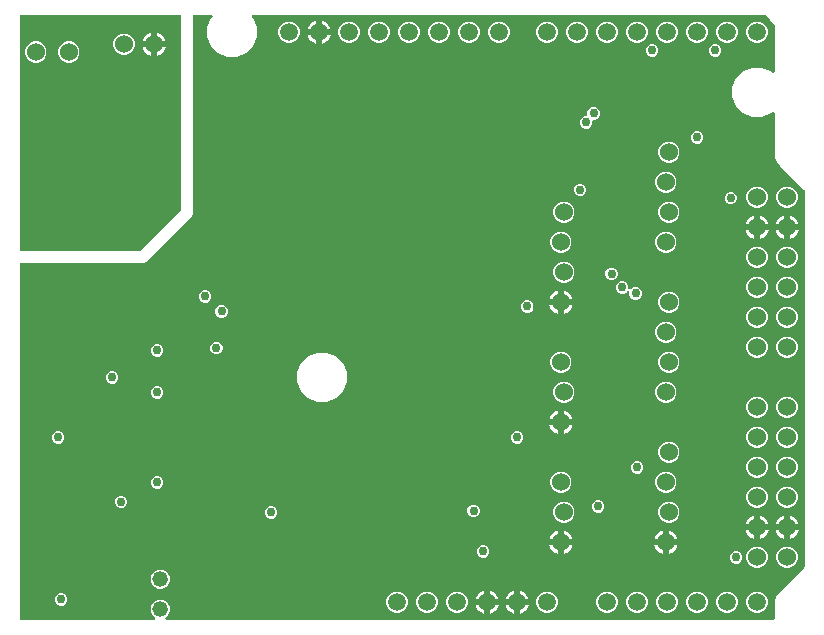
<source format=gbr>
G04 EAGLE Gerber RS-274X export*
G75*
%MOMM*%
%FSLAX34Y34*%
%LPD*%
%INEAGLE Copper Layer 2*%
%IPPOS*%
%AMOC8*
5,1,8,0,0,1.08239X$1,22.5*%
G01*
%ADD10C,1.508000*%
%ADD11C,1.524000*%
%ADD12C,1.320800*%
%ADD13C,0.756400*%

G36*
X124033Y10559D02*
X124033Y10559D01*
X124172Y10572D01*
X124191Y10579D01*
X124211Y10582D01*
X124340Y10633D01*
X124471Y10680D01*
X124488Y10691D01*
X124507Y10699D01*
X124619Y10780D01*
X124734Y10858D01*
X124748Y10874D01*
X124764Y10885D01*
X124853Y10993D01*
X124945Y11097D01*
X124954Y11115D01*
X124967Y11130D01*
X125026Y11256D01*
X125089Y11380D01*
X125094Y11400D01*
X125102Y11418D01*
X125128Y11554D01*
X125159Y11690D01*
X125158Y11711D01*
X125162Y11730D01*
X125153Y11869D01*
X125149Y12008D01*
X125144Y12028D01*
X125142Y12048D01*
X125100Y12180D01*
X125061Y12314D01*
X125051Y12331D01*
X125044Y12350D01*
X124970Y12468D01*
X124899Y12588D01*
X124881Y12609D01*
X124874Y12619D01*
X124859Y12633D01*
X124793Y12708D01*
X122636Y14866D01*
X121398Y17853D01*
X121398Y21087D01*
X122636Y24075D01*
X124922Y26361D01*
X127910Y27599D01*
X131144Y27599D01*
X134132Y26361D01*
X136418Y24075D01*
X137656Y21087D01*
X137656Y17853D01*
X136418Y14866D01*
X134261Y12708D01*
X134176Y12599D01*
X134087Y12492D01*
X134079Y12473D01*
X134066Y12457D01*
X134011Y12329D01*
X133952Y12204D01*
X133948Y12184D01*
X133940Y12165D01*
X133918Y12027D01*
X133892Y11891D01*
X133893Y11871D01*
X133890Y11851D01*
X133903Y11712D01*
X133912Y11574D01*
X133918Y11555D01*
X133920Y11535D01*
X133967Y11403D01*
X134010Y11272D01*
X134021Y11254D01*
X134027Y11235D01*
X134106Y11120D01*
X134180Y11003D01*
X134195Y10989D01*
X134206Y10972D01*
X134310Y10880D01*
X134412Y10785D01*
X134429Y10775D01*
X134444Y10762D01*
X134569Y10698D01*
X134690Y10631D01*
X134710Y10626D01*
X134728Y10617D01*
X134864Y10587D01*
X134998Y10552D01*
X135026Y10550D01*
X135038Y10547D01*
X135058Y10548D01*
X135159Y10542D01*
X648589Y10542D01*
X648707Y10557D01*
X648826Y10564D01*
X648864Y10577D01*
X648905Y10582D01*
X649015Y10625D01*
X649128Y10662D01*
X649163Y10684D01*
X649200Y10699D01*
X649296Y10768D01*
X649397Y10832D01*
X649425Y10862D01*
X649458Y10885D01*
X649534Y10977D01*
X649615Y11064D01*
X649635Y11099D01*
X649660Y11130D01*
X649711Y11238D01*
X649769Y11342D01*
X649779Y11382D01*
X649796Y11418D01*
X649818Y11535D01*
X649848Y11650D01*
X649852Y11710D01*
X649856Y11730D01*
X649854Y11751D01*
X649858Y11811D01*
X649858Y27497D01*
X651463Y31371D01*
X654607Y34515D01*
X674887Y54795D01*
X674947Y54873D01*
X675015Y54945D01*
X675044Y54998D01*
X675081Y55046D01*
X675121Y55137D01*
X675169Y55224D01*
X675184Y55282D01*
X675208Y55338D01*
X675223Y55436D01*
X675248Y55532D01*
X675254Y55632D01*
X675258Y55652D01*
X675256Y55664D01*
X675258Y55692D01*
X675258Y373568D01*
X675246Y373666D01*
X675243Y373765D01*
X675226Y373823D01*
X675218Y373883D01*
X675182Y373975D01*
X675154Y374070D01*
X675124Y374123D01*
X675101Y374179D01*
X675043Y374259D01*
X674993Y374344D01*
X674927Y374420D01*
X674915Y374436D01*
X674905Y374444D01*
X674887Y374465D01*
X654607Y394745D01*
X651463Y397889D01*
X649858Y401763D01*
X649858Y439358D01*
X649841Y439496D01*
X649828Y439635D01*
X649821Y439654D01*
X649818Y439674D01*
X649767Y439803D01*
X649720Y439934D01*
X649709Y439951D01*
X649701Y439969D01*
X649620Y440082D01*
X649542Y440197D01*
X649526Y440210D01*
X649515Y440227D01*
X649407Y440316D01*
X649303Y440407D01*
X649285Y440417D01*
X649270Y440430D01*
X649144Y440489D01*
X649020Y440552D01*
X649000Y440556D01*
X648982Y440565D01*
X648845Y440591D01*
X648710Y440622D01*
X648689Y440621D01*
X648670Y440625D01*
X648531Y440616D01*
X648392Y440612D01*
X648372Y440606D01*
X648352Y440605D01*
X648220Y440562D01*
X648086Y440524D01*
X648069Y440513D01*
X648050Y440507D01*
X647932Y440433D01*
X647812Y440362D01*
X647791Y440343D01*
X647781Y440337D01*
X647767Y440322D01*
X647692Y440256D01*
X646870Y439435D01*
X639168Y436244D01*
X630832Y436244D01*
X623130Y439435D01*
X617235Y445330D01*
X614044Y453032D01*
X614044Y461368D01*
X617235Y469070D01*
X623130Y474965D01*
X630832Y478156D01*
X639168Y478156D01*
X646870Y474965D01*
X647692Y474144D01*
X647786Y474071D01*
X647797Y474061D01*
X647804Y474057D01*
X647908Y473970D01*
X647927Y473962D01*
X647943Y473949D01*
X648070Y473894D01*
X648196Y473835D01*
X648216Y473831D01*
X648235Y473823D01*
X648373Y473801D01*
X648509Y473775D01*
X648529Y473776D01*
X648549Y473773D01*
X648688Y473786D01*
X648826Y473795D01*
X648845Y473801D01*
X648865Y473803D01*
X648997Y473850D01*
X649128Y473893D01*
X649146Y473904D01*
X649165Y473911D01*
X649280Y473989D01*
X649397Y474063D01*
X649411Y474078D01*
X649428Y474089D01*
X649520Y474193D01*
X649615Y474295D01*
X649625Y474312D01*
X649638Y474328D01*
X649701Y474451D01*
X649769Y474573D01*
X649774Y474593D01*
X649783Y474611D01*
X649813Y474747D01*
X649848Y474881D01*
X649850Y474909D01*
X649853Y474921D01*
X649852Y474942D01*
X649858Y475042D01*
X649858Y513566D01*
X649849Y513637D01*
X649850Y513708D01*
X649829Y513794D01*
X649818Y513881D01*
X649792Y513948D01*
X649775Y514017D01*
X649734Y514095D01*
X649701Y514177D01*
X649659Y514235D01*
X649626Y514298D01*
X649525Y514423D01*
X642170Y522447D01*
X642074Y522528D01*
X641981Y522615D01*
X641953Y522631D01*
X641927Y522652D01*
X641814Y522708D01*
X641703Y522769D01*
X641671Y522777D01*
X641641Y522791D01*
X641517Y522817D01*
X641395Y522848D01*
X641347Y522851D01*
X641330Y522855D01*
X641308Y522854D01*
X641234Y522858D01*
X208342Y522858D01*
X208204Y522841D01*
X208065Y522828D01*
X208046Y522821D01*
X208026Y522818D01*
X207897Y522767D01*
X207766Y522720D01*
X207749Y522709D01*
X207731Y522701D01*
X207618Y522620D01*
X207503Y522542D01*
X207490Y522526D01*
X207473Y522515D01*
X207384Y522407D01*
X207293Y522303D01*
X207283Y522285D01*
X207270Y522270D01*
X207211Y522144D01*
X207148Y522020D01*
X207144Y522000D01*
X207135Y521982D01*
X207109Y521845D01*
X207078Y521710D01*
X207079Y521689D01*
X207075Y521670D01*
X207084Y521531D01*
X207088Y521392D01*
X207094Y521372D01*
X207095Y521352D01*
X207138Y521220D01*
X207176Y521086D01*
X207187Y521069D01*
X207193Y521050D01*
X207267Y520932D01*
X207338Y520812D01*
X207357Y520791D01*
X207363Y520781D01*
X207378Y520767D01*
X207444Y520692D01*
X208265Y519870D01*
X211456Y512168D01*
X211456Y503832D01*
X208265Y496130D01*
X202370Y490235D01*
X194668Y487044D01*
X186332Y487044D01*
X178630Y490235D01*
X172735Y496130D01*
X169544Y503832D01*
X169544Y512168D01*
X172735Y519870D01*
X173556Y520692D01*
X173640Y520801D01*
X173730Y520908D01*
X173738Y520927D01*
X173751Y520943D01*
X173806Y521070D01*
X173865Y521196D01*
X173869Y521216D01*
X173877Y521235D01*
X173899Y521373D01*
X173925Y521509D01*
X173924Y521529D01*
X173927Y521549D01*
X173914Y521688D01*
X173905Y521826D01*
X173899Y521845D01*
X173897Y521865D01*
X173850Y521997D01*
X173807Y522128D01*
X173796Y522146D01*
X173789Y522165D01*
X173711Y522280D01*
X173637Y522397D01*
X173622Y522411D01*
X173611Y522428D01*
X173507Y522520D01*
X173405Y522615D01*
X173388Y522625D01*
X173372Y522638D01*
X173249Y522701D01*
X173127Y522769D01*
X173107Y522774D01*
X173089Y522783D01*
X172953Y522813D01*
X172819Y522848D01*
X172791Y522850D01*
X172779Y522853D01*
X172758Y522852D01*
X172658Y522858D01*
X158750Y522858D01*
X158632Y522843D01*
X158513Y522836D01*
X158475Y522823D01*
X158434Y522818D01*
X158324Y522775D01*
X158211Y522738D01*
X158176Y522716D01*
X158139Y522701D01*
X158043Y522632D01*
X157942Y522568D01*
X157914Y522538D01*
X157881Y522515D01*
X157805Y522423D01*
X157724Y522336D01*
X157704Y522301D01*
X157679Y522270D01*
X157628Y522162D01*
X157570Y522058D01*
X157560Y522018D01*
X157543Y521982D01*
X157521Y521865D01*
X157491Y521750D01*
X157487Y521690D01*
X157483Y521670D01*
X157485Y521649D01*
X157481Y521589D01*
X157481Y354589D01*
X156707Y352722D01*
X117178Y313193D01*
X115311Y312419D01*
X11811Y312419D01*
X11693Y312404D01*
X11574Y312397D01*
X11536Y312384D01*
X11495Y312379D01*
X11385Y312336D01*
X11272Y312299D01*
X11237Y312277D01*
X11200Y312262D01*
X11104Y312193D01*
X11003Y312129D01*
X10975Y312099D01*
X10942Y312076D01*
X10866Y311984D01*
X10785Y311897D01*
X10765Y311862D01*
X10740Y311831D01*
X10689Y311723D01*
X10631Y311619D01*
X10621Y311579D01*
X10604Y311543D01*
X10582Y311426D01*
X10552Y311311D01*
X10548Y311251D01*
X10544Y311231D01*
X10546Y311210D01*
X10542Y311150D01*
X10542Y11811D01*
X10557Y11693D01*
X10564Y11574D01*
X10577Y11536D01*
X10582Y11495D01*
X10625Y11385D01*
X10662Y11272D01*
X10684Y11237D01*
X10699Y11200D01*
X10768Y11104D01*
X10832Y11003D01*
X10862Y10975D01*
X10885Y10942D01*
X10977Y10866D01*
X11064Y10785D01*
X11099Y10765D01*
X11130Y10740D01*
X11238Y10689D01*
X11342Y10631D01*
X11382Y10621D01*
X11418Y10604D01*
X11535Y10582D01*
X11650Y10552D01*
X11710Y10548D01*
X11730Y10544D01*
X11751Y10546D01*
X11811Y10542D01*
X123895Y10542D01*
X124033Y10559D01*
G37*
G36*
X111768Y322593D02*
X111768Y322593D01*
X111867Y322596D01*
X111925Y322613D01*
X111985Y322621D01*
X112077Y322657D01*
X112172Y322685D01*
X112225Y322715D01*
X112281Y322738D01*
X112361Y322796D01*
X112446Y322846D01*
X112522Y322912D01*
X112538Y322924D01*
X112546Y322934D01*
X112567Y322952D01*
X146948Y357333D01*
X147008Y357411D01*
X147076Y357483D01*
X147105Y357536D01*
X147142Y357584D01*
X147182Y357675D01*
X147230Y357762D01*
X147245Y357820D01*
X147269Y357876D01*
X147284Y357974D01*
X147309Y358070D01*
X147315Y358170D01*
X147319Y358190D01*
X147317Y358202D01*
X147319Y358230D01*
X147319Y521589D01*
X147304Y521707D01*
X147297Y521826D01*
X147284Y521864D01*
X147279Y521905D01*
X147236Y522015D01*
X147199Y522128D01*
X147177Y522163D01*
X147162Y522200D01*
X147093Y522296D01*
X147029Y522397D01*
X146999Y522425D01*
X146976Y522458D01*
X146884Y522534D01*
X146797Y522615D01*
X146762Y522635D01*
X146731Y522660D01*
X146623Y522711D01*
X146519Y522769D01*
X146479Y522779D01*
X146443Y522796D01*
X146326Y522818D01*
X146211Y522848D01*
X146151Y522852D01*
X146131Y522856D01*
X146110Y522854D01*
X146050Y522858D01*
X11811Y522858D01*
X11693Y522843D01*
X11574Y522836D01*
X11536Y522823D01*
X11495Y522818D01*
X11385Y522775D01*
X11272Y522738D01*
X11237Y522716D01*
X11200Y522701D01*
X11104Y522632D01*
X11003Y522568D01*
X10975Y522538D01*
X10942Y522515D01*
X10866Y522423D01*
X10785Y522336D01*
X10765Y522301D01*
X10740Y522270D01*
X10689Y522162D01*
X10631Y522058D01*
X10621Y522018D01*
X10604Y521982D01*
X10582Y521865D01*
X10552Y521750D01*
X10548Y521690D01*
X10544Y521670D01*
X10546Y521649D01*
X10542Y521589D01*
X10542Y323850D01*
X10557Y323732D01*
X10564Y323613D01*
X10577Y323575D01*
X10582Y323534D01*
X10625Y323424D01*
X10662Y323311D01*
X10684Y323276D01*
X10699Y323239D01*
X10768Y323143D01*
X10832Y323042D01*
X10862Y323014D01*
X10885Y322981D01*
X10977Y322905D01*
X11064Y322824D01*
X11099Y322804D01*
X11130Y322779D01*
X11238Y322728D01*
X11342Y322670D01*
X11382Y322660D01*
X11418Y322643D01*
X11535Y322621D01*
X11650Y322591D01*
X11710Y322587D01*
X11730Y322583D01*
X11751Y322585D01*
X11811Y322581D01*
X111670Y322581D01*
X111768Y322593D01*
G37*
%LPC*%
G36*
X262532Y194944D02*
X262532Y194944D01*
X254830Y198135D01*
X248935Y204030D01*
X245744Y211732D01*
X245744Y220068D01*
X248935Y227770D01*
X254830Y233665D01*
X262532Y236856D01*
X270868Y236856D01*
X278570Y233665D01*
X284465Y227770D01*
X287656Y220068D01*
X287656Y211732D01*
X284465Y204030D01*
X278570Y198135D01*
X270868Y194944D01*
X262532Y194944D01*
G37*
%LPD*%
%LPC*%
G36*
X555711Y117855D02*
X555711Y117855D01*
X552350Y119247D01*
X549777Y121820D01*
X548385Y125181D01*
X548385Y128819D01*
X549777Y132180D01*
X552350Y134753D01*
X555711Y136145D01*
X559349Y136145D01*
X562710Y134753D01*
X565283Y132180D01*
X566675Y128819D01*
X566675Y125181D01*
X565283Y121820D01*
X562710Y119247D01*
X559349Y117855D01*
X555711Y117855D01*
G37*
%LPD*%
%LPC*%
G36*
X633181Y130555D02*
X633181Y130555D01*
X629820Y131947D01*
X627247Y134520D01*
X625855Y137881D01*
X625855Y141519D01*
X627247Y144880D01*
X629820Y147453D01*
X633181Y148845D01*
X636819Y148845D01*
X640180Y147453D01*
X642753Y144880D01*
X644145Y141519D01*
X644145Y137881D01*
X642753Y134520D01*
X640180Y131947D01*
X636819Y130555D01*
X633181Y130555D01*
G37*
%LPD*%
%LPC*%
G36*
X658581Y130555D02*
X658581Y130555D01*
X655220Y131947D01*
X652647Y134520D01*
X651255Y137881D01*
X651255Y141519D01*
X652647Y144880D01*
X655220Y147453D01*
X658581Y148845D01*
X662219Y148845D01*
X665580Y147453D01*
X668153Y144880D01*
X669545Y141519D01*
X669545Y137881D01*
X668153Y134520D01*
X665580Y131947D01*
X662219Y130555D01*
X658581Y130555D01*
G37*
%LPD*%
%LPC*%
G36*
X558251Y143255D02*
X558251Y143255D01*
X554890Y144647D01*
X552317Y147220D01*
X550925Y150581D01*
X550925Y154219D01*
X552317Y157580D01*
X554890Y160153D01*
X558251Y161545D01*
X561889Y161545D01*
X565250Y160153D01*
X567823Y157580D01*
X569215Y154219D01*
X569215Y150581D01*
X567823Y147220D01*
X565250Y144647D01*
X561889Y143255D01*
X558251Y143255D01*
G37*
%LPD*%
%LPC*%
G36*
X633181Y155955D02*
X633181Y155955D01*
X629820Y157347D01*
X627247Y159920D01*
X625855Y163281D01*
X625855Y166919D01*
X627247Y170280D01*
X629820Y172853D01*
X633181Y174245D01*
X636819Y174245D01*
X640180Y172853D01*
X642753Y170280D01*
X644145Y166919D01*
X644145Y163281D01*
X642753Y159920D01*
X640180Y157347D01*
X636819Y155955D01*
X633181Y155955D01*
G37*
%LPD*%
%LPC*%
G36*
X658581Y155955D02*
X658581Y155955D01*
X655220Y157347D01*
X652647Y159920D01*
X651255Y163281D01*
X651255Y166919D01*
X652647Y170280D01*
X655220Y172853D01*
X658581Y174245D01*
X662219Y174245D01*
X665580Y172853D01*
X668153Y170280D01*
X669545Y166919D01*
X669545Y163281D01*
X668153Y159920D01*
X665580Y157347D01*
X662219Y155955D01*
X658581Y155955D01*
G37*
%LPD*%
%LPC*%
G36*
X633181Y181355D02*
X633181Y181355D01*
X629820Y182747D01*
X627247Y185320D01*
X625855Y188681D01*
X625855Y192319D01*
X627247Y195680D01*
X629820Y198253D01*
X633181Y199645D01*
X636819Y199645D01*
X640180Y198253D01*
X642753Y195680D01*
X644145Y192319D01*
X644145Y188681D01*
X642753Y185320D01*
X640180Y182747D01*
X636819Y181355D01*
X633181Y181355D01*
G37*
%LPD*%
%LPC*%
G36*
X658581Y359155D02*
X658581Y359155D01*
X655220Y360547D01*
X652647Y363120D01*
X651255Y366481D01*
X651255Y370119D01*
X652647Y373480D01*
X655220Y376053D01*
X658581Y377445D01*
X662219Y377445D01*
X665580Y376053D01*
X668153Y373480D01*
X669545Y370119D01*
X669545Y366481D01*
X668153Y363120D01*
X665580Y360547D01*
X662219Y359155D01*
X658581Y359155D01*
G37*
%LPD*%
%LPC*%
G36*
X555711Y321055D02*
X555711Y321055D01*
X552350Y322447D01*
X549777Y325020D01*
X548385Y328381D01*
X548385Y332019D01*
X549777Y335380D01*
X552350Y337953D01*
X555711Y339345D01*
X559349Y339345D01*
X562710Y337953D01*
X565283Y335380D01*
X566675Y332019D01*
X566675Y328381D01*
X565283Y325020D01*
X562710Y322447D01*
X559349Y321055D01*
X555711Y321055D01*
G37*
%LPD*%
%LPC*%
G36*
X466811Y321055D02*
X466811Y321055D01*
X463450Y322447D01*
X460877Y325020D01*
X459485Y328381D01*
X459485Y332019D01*
X460877Y335380D01*
X463450Y337953D01*
X466811Y339345D01*
X470449Y339345D01*
X473810Y337953D01*
X476383Y335380D01*
X477775Y332019D01*
X477775Y328381D01*
X476383Y325020D01*
X473810Y322447D01*
X470449Y321055D01*
X466811Y321055D01*
G37*
%LPD*%
%LPC*%
G36*
X658581Y308355D02*
X658581Y308355D01*
X655220Y309747D01*
X652647Y312320D01*
X651255Y315681D01*
X651255Y319319D01*
X652647Y322680D01*
X655220Y325253D01*
X658581Y326645D01*
X662219Y326645D01*
X665580Y325253D01*
X668153Y322680D01*
X669545Y319319D01*
X669545Y315681D01*
X668153Y312320D01*
X665580Y309747D01*
X662219Y308355D01*
X658581Y308355D01*
G37*
%LPD*%
%LPC*%
G36*
X633181Y308355D02*
X633181Y308355D01*
X629820Y309747D01*
X627247Y312320D01*
X625855Y315681D01*
X625855Y319319D01*
X627247Y322680D01*
X629820Y325253D01*
X633181Y326645D01*
X636819Y326645D01*
X640180Y325253D01*
X642753Y322680D01*
X644145Y319319D01*
X644145Y315681D01*
X642753Y312320D01*
X640180Y309747D01*
X636819Y308355D01*
X633181Y308355D01*
G37*
%LPD*%
%LPC*%
G36*
X469351Y295655D02*
X469351Y295655D01*
X465990Y297047D01*
X463417Y299620D01*
X462025Y302981D01*
X462025Y306619D01*
X463417Y309980D01*
X465990Y312553D01*
X469351Y313945D01*
X472989Y313945D01*
X476350Y312553D01*
X478923Y309980D01*
X480315Y306619D01*
X480315Y302981D01*
X478923Y299620D01*
X476350Y297047D01*
X472989Y295655D01*
X469351Y295655D01*
G37*
%LPD*%
%LPC*%
G36*
X633181Y257555D02*
X633181Y257555D01*
X629820Y258947D01*
X627247Y261520D01*
X625855Y264881D01*
X625855Y268519D01*
X627247Y271880D01*
X629820Y274453D01*
X633181Y275845D01*
X636819Y275845D01*
X640180Y274453D01*
X642753Y271880D01*
X644145Y268519D01*
X644145Y264881D01*
X642753Y261520D01*
X640180Y258947D01*
X636819Y257555D01*
X633181Y257555D01*
G37*
%LPD*%
%LPC*%
G36*
X658581Y282955D02*
X658581Y282955D01*
X655220Y284347D01*
X652647Y286920D01*
X651255Y290281D01*
X651255Y293919D01*
X652647Y297280D01*
X655220Y299853D01*
X658581Y301245D01*
X662219Y301245D01*
X665580Y299853D01*
X668153Y297280D01*
X669545Y293919D01*
X669545Y290281D01*
X668153Y286920D01*
X665580Y284347D01*
X662219Y282955D01*
X658581Y282955D01*
G37*
%LPD*%
%LPC*%
G36*
X633181Y282955D02*
X633181Y282955D01*
X629820Y284347D01*
X627247Y286920D01*
X625855Y290281D01*
X625855Y293919D01*
X627247Y297280D01*
X629820Y299853D01*
X633181Y301245D01*
X636819Y301245D01*
X640180Y299853D01*
X642753Y297280D01*
X644145Y293919D01*
X644145Y290281D01*
X642753Y286920D01*
X640180Y284347D01*
X636819Y282955D01*
X633181Y282955D01*
G37*
%LPD*%
%LPC*%
G36*
X555711Y244855D02*
X555711Y244855D01*
X552350Y246247D01*
X549777Y248820D01*
X548385Y252181D01*
X548385Y255819D01*
X549777Y259180D01*
X552350Y261753D01*
X555711Y263145D01*
X559349Y263145D01*
X562710Y261753D01*
X565283Y259180D01*
X566675Y255819D01*
X566675Y252181D01*
X565283Y248820D01*
X562710Y246247D01*
X559349Y244855D01*
X555711Y244855D01*
G37*
%LPD*%
%LPC*%
G36*
X558251Y219455D02*
X558251Y219455D01*
X554890Y220847D01*
X552317Y223420D01*
X550925Y226781D01*
X550925Y230419D01*
X552317Y233780D01*
X554890Y236353D01*
X558251Y237745D01*
X561889Y237745D01*
X565250Y236353D01*
X567823Y233780D01*
X569215Y230419D01*
X569215Y226781D01*
X567823Y223420D01*
X565250Y220847D01*
X561889Y219455D01*
X558251Y219455D01*
G37*
%LPD*%
%LPC*%
G36*
X658581Y181355D02*
X658581Y181355D01*
X655220Y182747D01*
X652647Y185320D01*
X651255Y188681D01*
X651255Y192319D01*
X652647Y195680D01*
X655220Y198253D01*
X658581Y199645D01*
X662219Y199645D01*
X665580Y198253D01*
X668153Y195680D01*
X669545Y192319D01*
X669545Y188681D01*
X668153Y185320D01*
X665580Y182747D01*
X662219Y181355D01*
X658581Y181355D01*
G37*
%LPD*%
%LPC*%
G36*
X97241Y488695D02*
X97241Y488695D01*
X93880Y490087D01*
X91307Y492660D01*
X89915Y496021D01*
X89915Y499659D01*
X91307Y503020D01*
X93880Y505593D01*
X97241Y506985D01*
X100879Y506985D01*
X104240Y505593D01*
X106813Y503020D01*
X108205Y499659D01*
X108205Y496021D01*
X106813Y492660D01*
X104240Y490087D01*
X100879Y488695D01*
X97241Y488695D01*
G37*
%LPD*%
%LPC*%
G36*
X558251Y270255D02*
X558251Y270255D01*
X554890Y271647D01*
X552317Y274220D01*
X550925Y277581D01*
X550925Y281219D01*
X552317Y284580D01*
X554890Y287153D01*
X558251Y288545D01*
X561889Y288545D01*
X565250Y287153D01*
X567823Y284580D01*
X569215Y281219D01*
X569215Y277581D01*
X567823Y274220D01*
X565250Y271647D01*
X561889Y270255D01*
X558251Y270255D01*
G37*
%LPD*%
%LPC*%
G36*
X633181Y54355D02*
X633181Y54355D01*
X629820Y55747D01*
X627247Y58320D01*
X625855Y61681D01*
X625855Y65319D01*
X627247Y68680D01*
X629820Y71253D01*
X633181Y72645D01*
X636819Y72645D01*
X640180Y71253D01*
X642753Y68680D01*
X644145Y65319D01*
X644145Y61681D01*
X642753Y58320D01*
X640180Y55747D01*
X636819Y54355D01*
X633181Y54355D01*
G37*
%LPD*%
%LPC*%
G36*
X50251Y482345D02*
X50251Y482345D01*
X46890Y483737D01*
X44317Y486310D01*
X42925Y489671D01*
X42925Y493309D01*
X44317Y496670D01*
X46890Y499243D01*
X50251Y500635D01*
X53889Y500635D01*
X57250Y499243D01*
X59823Y496670D01*
X61215Y493309D01*
X61215Y489671D01*
X59823Y486310D01*
X57250Y483737D01*
X53889Y482345D01*
X50251Y482345D01*
G37*
%LPD*%
%LPC*%
G36*
X22311Y482345D02*
X22311Y482345D01*
X18950Y483737D01*
X16377Y486310D01*
X14985Y489671D01*
X14985Y493309D01*
X16377Y496670D01*
X18950Y499243D01*
X22311Y500635D01*
X25949Y500635D01*
X29310Y499243D01*
X31883Y496670D01*
X33275Y493309D01*
X33275Y489671D01*
X31883Y486310D01*
X29310Y483737D01*
X25949Y482345D01*
X22311Y482345D01*
G37*
%LPD*%
%LPC*%
G36*
X633181Y232155D02*
X633181Y232155D01*
X629820Y233547D01*
X627247Y236120D01*
X625855Y239481D01*
X625855Y243119D01*
X627247Y246480D01*
X629820Y249053D01*
X633181Y250445D01*
X636819Y250445D01*
X640180Y249053D01*
X642753Y246480D01*
X644145Y243119D01*
X644145Y239481D01*
X642753Y236120D01*
X640180Y233547D01*
X636819Y232155D01*
X633181Y232155D01*
G37*
%LPD*%
%LPC*%
G36*
X658581Y54355D02*
X658581Y54355D01*
X655220Y55747D01*
X652647Y58320D01*
X651255Y61681D01*
X651255Y65319D01*
X652647Y68680D01*
X655220Y71253D01*
X658581Y72645D01*
X662219Y72645D01*
X665580Y71253D01*
X668153Y68680D01*
X669545Y65319D01*
X669545Y61681D01*
X668153Y58320D01*
X665580Y55747D01*
X662219Y54355D01*
X658581Y54355D01*
G37*
%LPD*%
%LPC*%
G36*
X658581Y232155D02*
X658581Y232155D01*
X655220Y233547D01*
X652647Y236120D01*
X651255Y239481D01*
X651255Y243119D01*
X652647Y246480D01*
X655220Y249053D01*
X658581Y250445D01*
X662219Y250445D01*
X665580Y249053D01*
X668153Y246480D01*
X669545Y243119D01*
X669545Y239481D01*
X668153Y236120D01*
X665580Y233547D01*
X662219Y232155D01*
X658581Y232155D01*
G37*
%LPD*%
%LPC*%
G36*
X469351Y92455D02*
X469351Y92455D01*
X465990Y93847D01*
X463417Y96420D01*
X462025Y99781D01*
X462025Y103419D01*
X463417Y106780D01*
X465990Y109353D01*
X469351Y110745D01*
X472989Y110745D01*
X476350Y109353D01*
X478923Y106780D01*
X480315Y103419D01*
X480315Y99781D01*
X478923Y96420D01*
X476350Y93847D01*
X472989Y92455D01*
X469351Y92455D01*
G37*
%LPD*%
%LPC*%
G36*
X555711Y194055D02*
X555711Y194055D01*
X552350Y195447D01*
X549777Y198020D01*
X548385Y201381D01*
X548385Y205019D01*
X549777Y208380D01*
X552350Y210953D01*
X555711Y212345D01*
X559349Y212345D01*
X562710Y210953D01*
X565283Y208380D01*
X566675Y205019D01*
X566675Y201381D01*
X565283Y198020D01*
X562710Y195447D01*
X559349Y194055D01*
X555711Y194055D01*
G37*
%LPD*%
%LPC*%
G36*
X466811Y219455D02*
X466811Y219455D01*
X463450Y220847D01*
X460877Y223420D01*
X459485Y226781D01*
X459485Y230419D01*
X460877Y233780D01*
X463450Y236353D01*
X466811Y237745D01*
X470449Y237745D01*
X473810Y236353D01*
X476383Y233780D01*
X477775Y230419D01*
X477775Y226781D01*
X476383Y223420D01*
X473810Y220847D01*
X470449Y219455D01*
X466811Y219455D01*
G37*
%LPD*%
%LPC*%
G36*
X558251Y397255D02*
X558251Y397255D01*
X554890Y398647D01*
X552317Y401220D01*
X550925Y404581D01*
X550925Y408219D01*
X552317Y411580D01*
X554890Y414153D01*
X558251Y415545D01*
X561889Y415545D01*
X565250Y414153D01*
X567823Y411580D01*
X569215Y408219D01*
X569215Y404581D01*
X567823Y401220D01*
X565250Y398647D01*
X561889Y397255D01*
X558251Y397255D01*
G37*
%LPD*%
%LPC*%
G36*
X555711Y371855D02*
X555711Y371855D01*
X552350Y373247D01*
X549777Y375820D01*
X548385Y379181D01*
X548385Y382819D01*
X549777Y386180D01*
X552350Y388753D01*
X555711Y390145D01*
X559349Y390145D01*
X562710Y388753D01*
X565283Y386180D01*
X566675Y382819D01*
X566675Y379181D01*
X565283Y375820D01*
X562710Y373247D01*
X559349Y371855D01*
X555711Y371855D01*
G37*
%LPD*%
%LPC*%
G36*
X658581Y257555D02*
X658581Y257555D01*
X655220Y258947D01*
X652647Y261520D01*
X651255Y264881D01*
X651255Y268519D01*
X652647Y271880D01*
X655220Y274453D01*
X658581Y275845D01*
X662219Y275845D01*
X665580Y274453D01*
X668153Y271880D01*
X669545Y268519D01*
X669545Y264881D01*
X668153Y261520D01*
X665580Y258947D01*
X662219Y257555D01*
X658581Y257555D01*
G37*
%LPD*%
%LPC*%
G36*
X469351Y194055D02*
X469351Y194055D01*
X465990Y195447D01*
X463417Y198020D01*
X462025Y201381D01*
X462025Y205019D01*
X463417Y208380D01*
X465990Y210953D01*
X469351Y212345D01*
X472989Y212345D01*
X476350Y210953D01*
X478923Y208380D01*
X480315Y205019D01*
X480315Y201381D01*
X478923Y198020D01*
X476350Y195447D01*
X472989Y194055D01*
X469351Y194055D01*
G37*
%LPD*%
%LPC*%
G36*
X633181Y359155D02*
X633181Y359155D01*
X629820Y360547D01*
X627247Y363120D01*
X625855Y366481D01*
X625855Y370119D01*
X627247Y373480D01*
X629820Y376053D01*
X633181Y377445D01*
X636819Y377445D01*
X640180Y376053D01*
X642753Y373480D01*
X644145Y370119D01*
X644145Y366481D01*
X642753Y363120D01*
X640180Y360547D01*
X636819Y359155D01*
X633181Y359155D01*
G37*
%LPD*%
%LPC*%
G36*
X558251Y92455D02*
X558251Y92455D01*
X554890Y93847D01*
X552317Y96420D01*
X550925Y99781D01*
X550925Y103419D01*
X552317Y106780D01*
X554890Y109353D01*
X558251Y110745D01*
X561889Y110745D01*
X565250Y109353D01*
X567823Y106780D01*
X569215Y103419D01*
X569215Y99781D01*
X567823Y96420D01*
X565250Y93847D01*
X561889Y92455D01*
X558251Y92455D01*
G37*
%LPD*%
%LPC*%
G36*
X558251Y346455D02*
X558251Y346455D01*
X554890Y347847D01*
X552317Y350420D01*
X550925Y353781D01*
X550925Y357419D01*
X552317Y360780D01*
X554890Y363353D01*
X558251Y364745D01*
X561889Y364745D01*
X565250Y363353D01*
X567823Y360780D01*
X569215Y357419D01*
X569215Y353781D01*
X567823Y350420D01*
X565250Y347847D01*
X561889Y346455D01*
X558251Y346455D01*
G37*
%LPD*%
%LPC*%
G36*
X469351Y346455D02*
X469351Y346455D01*
X465990Y347847D01*
X463417Y350420D01*
X462025Y353781D01*
X462025Y357419D01*
X463417Y360780D01*
X465990Y363353D01*
X469351Y364745D01*
X472989Y364745D01*
X476350Y363353D01*
X478923Y360780D01*
X480315Y357419D01*
X480315Y353781D01*
X478923Y350420D01*
X476350Y347847D01*
X472989Y346455D01*
X469351Y346455D01*
G37*
%LPD*%
%LPC*%
G36*
X633181Y105155D02*
X633181Y105155D01*
X629820Y106547D01*
X627247Y109120D01*
X625855Y112481D01*
X625855Y116119D01*
X627247Y119480D01*
X629820Y122053D01*
X633181Y123445D01*
X636819Y123445D01*
X640180Y122053D01*
X642753Y119480D01*
X644145Y116119D01*
X644145Y112481D01*
X642753Y109120D01*
X640180Y106547D01*
X636819Y105155D01*
X633181Y105155D01*
G37*
%LPD*%
%LPC*%
G36*
X658581Y105155D02*
X658581Y105155D01*
X655220Y106547D01*
X652647Y109120D01*
X651255Y112481D01*
X651255Y116119D01*
X652647Y119480D01*
X655220Y122053D01*
X658581Y123445D01*
X662219Y123445D01*
X665580Y122053D01*
X668153Y119480D01*
X669545Y116119D01*
X669545Y112481D01*
X668153Y109120D01*
X665580Y106547D01*
X662219Y105155D01*
X658581Y105155D01*
G37*
%LPD*%
%LPC*%
G36*
X466811Y117855D02*
X466811Y117855D01*
X463450Y119247D01*
X460877Y121820D01*
X459485Y125181D01*
X459485Y128819D01*
X460877Y132180D01*
X463450Y134753D01*
X466811Y136145D01*
X470449Y136145D01*
X473810Y134753D01*
X476383Y132180D01*
X477775Y128819D01*
X477775Y125181D01*
X476383Y121820D01*
X473810Y119247D01*
X470449Y117855D01*
X466811Y117855D01*
G37*
%LPD*%
%LPC*%
G36*
X556997Y16335D02*
X556997Y16335D01*
X553665Y17715D01*
X551115Y20265D01*
X549735Y23597D01*
X549735Y27203D01*
X551115Y30535D01*
X553665Y33085D01*
X556997Y34465D01*
X560603Y34465D01*
X563935Y33085D01*
X566485Y30535D01*
X567865Y27203D01*
X567865Y23597D01*
X566485Y20265D01*
X563935Y17715D01*
X560603Y16335D01*
X556997Y16335D01*
G37*
%LPD*%
%LPC*%
G36*
X582397Y16335D02*
X582397Y16335D01*
X579065Y17715D01*
X576515Y20265D01*
X575135Y23597D01*
X575135Y27203D01*
X576515Y30535D01*
X579065Y33085D01*
X582397Y34465D01*
X586003Y34465D01*
X589335Y33085D01*
X591885Y30535D01*
X593265Y27203D01*
X593265Y23597D01*
X591885Y20265D01*
X589335Y17715D01*
X586003Y16335D01*
X582397Y16335D01*
G37*
%LPD*%
%LPC*%
G36*
X633197Y498935D02*
X633197Y498935D01*
X629865Y500315D01*
X627315Y502865D01*
X625935Y506197D01*
X625935Y509803D01*
X627315Y513135D01*
X629865Y515685D01*
X633197Y517065D01*
X636803Y517065D01*
X640135Y515685D01*
X642685Y513135D01*
X644065Y509803D01*
X644065Y506197D01*
X642685Y502865D01*
X640135Y500315D01*
X636803Y498935D01*
X633197Y498935D01*
G37*
%LPD*%
%LPC*%
G36*
X607797Y498935D02*
X607797Y498935D01*
X604465Y500315D01*
X601915Y502865D01*
X600535Y506197D01*
X600535Y509803D01*
X601915Y513135D01*
X604465Y515685D01*
X607797Y517065D01*
X611403Y517065D01*
X614735Y515685D01*
X617285Y513135D01*
X618665Y509803D01*
X618665Y506197D01*
X617285Y502865D01*
X614735Y500315D01*
X611403Y498935D01*
X607797Y498935D01*
G37*
%LPD*%
%LPC*%
G36*
X582397Y498935D02*
X582397Y498935D01*
X579065Y500315D01*
X576515Y502865D01*
X575135Y506197D01*
X575135Y509803D01*
X576515Y513135D01*
X579065Y515685D01*
X582397Y517065D01*
X586003Y517065D01*
X589335Y515685D01*
X591885Y513135D01*
X593265Y509803D01*
X593265Y506197D01*
X591885Y502865D01*
X589335Y500315D01*
X586003Y498935D01*
X582397Y498935D01*
G37*
%LPD*%
%LPC*%
G36*
X556997Y498935D02*
X556997Y498935D01*
X553665Y500315D01*
X551115Y502865D01*
X549735Y506197D01*
X549735Y509803D01*
X551115Y513135D01*
X553665Y515685D01*
X556997Y517065D01*
X560603Y517065D01*
X563935Y515685D01*
X566485Y513135D01*
X567865Y509803D01*
X567865Y506197D01*
X566485Y502865D01*
X563935Y500315D01*
X560603Y498935D01*
X556997Y498935D01*
G37*
%LPD*%
%LPC*%
G36*
X531597Y498935D02*
X531597Y498935D01*
X528265Y500315D01*
X525715Y502865D01*
X524335Y506197D01*
X524335Y509803D01*
X525715Y513135D01*
X528265Y515685D01*
X531597Y517065D01*
X535203Y517065D01*
X538535Y515685D01*
X541085Y513135D01*
X542465Y509803D01*
X542465Y506197D01*
X541085Y502865D01*
X538535Y500315D01*
X535203Y498935D01*
X531597Y498935D01*
G37*
%LPD*%
%LPC*%
G36*
X480797Y498935D02*
X480797Y498935D01*
X477465Y500315D01*
X474915Y502865D01*
X473535Y506197D01*
X473535Y509803D01*
X474915Y513135D01*
X477465Y515685D01*
X480797Y517065D01*
X484403Y517065D01*
X487735Y515685D01*
X490285Y513135D01*
X491665Y509803D01*
X491665Y506197D01*
X490285Y502865D01*
X487735Y500315D01*
X484403Y498935D01*
X480797Y498935D01*
G37*
%LPD*%
%LPC*%
G36*
X455397Y498935D02*
X455397Y498935D01*
X452065Y500315D01*
X449515Y502865D01*
X448135Y506197D01*
X448135Y509803D01*
X449515Y513135D01*
X452065Y515685D01*
X455397Y517065D01*
X459003Y517065D01*
X462335Y515685D01*
X464885Y513135D01*
X466265Y509803D01*
X466265Y506197D01*
X464885Y502865D01*
X462335Y500315D01*
X459003Y498935D01*
X455397Y498935D01*
G37*
%LPD*%
%LPC*%
G36*
X414757Y498935D02*
X414757Y498935D01*
X411425Y500315D01*
X408875Y502865D01*
X407495Y506197D01*
X407495Y509803D01*
X408875Y513135D01*
X411425Y515685D01*
X414757Y517065D01*
X418363Y517065D01*
X421695Y515685D01*
X424245Y513135D01*
X425625Y509803D01*
X425625Y506197D01*
X424245Y502865D01*
X421695Y500315D01*
X418363Y498935D01*
X414757Y498935D01*
G37*
%LPD*%
%LPC*%
G36*
X389357Y498935D02*
X389357Y498935D01*
X386025Y500315D01*
X383475Y502865D01*
X382095Y506197D01*
X382095Y509803D01*
X383475Y513135D01*
X386025Y515685D01*
X389357Y517065D01*
X392963Y517065D01*
X396295Y515685D01*
X398845Y513135D01*
X400225Y509803D01*
X400225Y506197D01*
X398845Y502865D01*
X396295Y500315D01*
X392963Y498935D01*
X389357Y498935D01*
G37*
%LPD*%
%LPC*%
G36*
X363957Y498935D02*
X363957Y498935D01*
X360625Y500315D01*
X358075Y502865D01*
X356695Y506197D01*
X356695Y509803D01*
X358075Y513135D01*
X360625Y515685D01*
X363957Y517065D01*
X367563Y517065D01*
X370895Y515685D01*
X373445Y513135D01*
X374825Y509803D01*
X374825Y506197D01*
X373445Y502865D01*
X370895Y500315D01*
X367563Y498935D01*
X363957Y498935D01*
G37*
%LPD*%
%LPC*%
G36*
X338557Y498935D02*
X338557Y498935D01*
X335225Y500315D01*
X332675Y502865D01*
X331295Y506197D01*
X331295Y509803D01*
X332675Y513135D01*
X335225Y515685D01*
X338557Y517065D01*
X342163Y517065D01*
X345495Y515685D01*
X348045Y513135D01*
X349425Y509803D01*
X349425Y506197D01*
X348045Y502865D01*
X345495Y500315D01*
X342163Y498935D01*
X338557Y498935D01*
G37*
%LPD*%
%LPC*%
G36*
X313157Y498935D02*
X313157Y498935D01*
X309825Y500315D01*
X307275Y502865D01*
X305895Y506197D01*
X305895Y509803D01*
X307275Y513135D01*
X309825Y515685D01*
X313157Y517065D01*
X316763Y517065D01*
X320095Y515685D01*
X322645Y513135D01*
X324025Y509803D01*
X324025Y506197D01*
X322645Y502865D01*
X320095Y500315D01*
X316763Y498935D01*
X313157Y498935D01*
G37*
%LPD*%
%LPC*%
G36*
X287757Y498935D02*
X287757Y498935D01*
X284425Y500315D01*
X281875Y502865D01*
X280495Y506197D01*
X280495Y509803D01*
X281875Y513135D01*
X284425Y515685D01*
X287757Y517065D01*
X291363Y517065D01*
X294695Y515685D01*
X297245Y513135D01*
X298625Y509803D01*
X298625Y506197D01*
X297245Y502865D01*
X294695Y500315D01*
X291363Y498935D01*
X287757Y498935D01*
G37*
%LPD*%
%LPC*%
G36*
X236957Y498935D02*
X236957Y498935D01*
X233625Y500315D01*
X231075Y502865D01*
X229695Y506197D01*
X229695Y509803D01*
X231075Y513135D01*
X233625Y515685D01*
X236957Y517065D01*
X240563Y517065D01*
X243895Y515685D01*
X246445Y513135D01*
X247825Y509803D01*
X247825Y506197D01*
X246445Y502865D01*
X243895Y500315D01*
X240563Y498935D01*
X236957Y498935D01*
G37*
%LPD*%
%LPC*%
G36*
X607797Y16335D02*
X607797Y16335D01*
X604465Y17715D01*
X601915Y20265D01*
X600535Y23597D01*
X600535Y27203D01*
X601915Y30535D01*
X604465Y33085D01*
X607797Y34465D01*
X611403Y34465D01*
X614735Y33085D01*
X617285Y30535D01*
X618665Y27203D01*
X618665Y23597D01*
X617285Y20265D01*
X614735Y17715D01*
X611403Y16335D01*
X607797Y16335D01*
G37*
%LPD*%
%LPC*%
G36*
X633197Y16335D02*
X633197Y16335D01*
X629865Y17715D01*
X627315Y20265D01*
X625935Y23597D01*
X625935Y27203D01*
X627315Y30535D01*
X629865Y33085D01*
X633197Y34465D01*
X636803Y34465D01*
X640135Y33085D01*
X642685Y30535D01*
X644065Y27203D01*
X644065Y23597D01*
X642685Y20265D01*
X640135Y17715D01*
X636803Y16335D01*
X633197Y16335D01*
G37*
%LPD*%
%LPC*%
G36*
X506197Y498935D02*
X506197Y498935D01*
X502865Y500315D01*
X500315Y502865D01*
X498935Y506197D01*
X498935Y509803D01*
X500315Y513135D01*
X502865Y515685D01*
X506197Y517065D01*
X509803Y517065D01*
X513135Y515685D01*
X515685Y513135D01*
X517065Y509803D01*
X517065Y506197D01*
X515685Y502865D01*
X513135Y500315D01*
X509803Y498935D01*
X506197Y498935D01*
G37*
%LPD*%
%LPC*%
G36*
X531597Y16335D02*
X531597Y16335D01*
X528265Y17715D01*
X525715Y20265D01*
X524335Y23597D01*
X524335Y27203D01*
X525715Y30535D01*
X528265Y33085D01*
X531597Y34465D01*
X535203Y34465D01*
X538535Y33085D01*
X541085Y30535D01*
X542465Y27203D01*
X542465Y23597D01*
X541085Y20265D01*
X538535Y17715D01*
X535203Y16335D01*
X531597Y16335D01*
G37*
%LPD*%
%LPC*%
G36*
X506197Y16335D02*
X506197Y16335D01*
X502865Y17715D01*
X500315Y20265D01*
X498935Y23597D01*
X498935Y27203D01*
X500315Y30535D01*
X502865Y33085D01*
X506197Y34465D01*
X509803Y34465D01*
X513135Y33085D01*
X515685Y30535D01*
X517065Y27203D01*
X517065Y23597D01*
X515685Y20265D01*
X513135Y17715D01*
X509803Y16335D01*
X506197Y16335D01*
G37*
%LPD*%
%LPC*%
G36*
X455397Y16335D02*
X455397Y16335D01*
X452065Y17715D01*
X449515Y20265D01*
X448135Y23597D01*
X448135Y27203D01*
X449515Y30535D01*
X452065Y33085D01*
X455397Y34465D01*
X459003Y34465D01*
X462335Y33085D01*
X464885Y30535D01*
X466265Y27203D01*
X466265Y23597D01*
X464885Y20265D01*
X462335Y17715D01*
X459003Y16335D01*
X455397Y16335D01*
G37*
%LPD*%
%LPC*%
G36*
X379197Y16335D02*
X379197Y16335D01*
X375865Y17715D01*
X373315Y20265D01*
X371935Y23597D01*
X371935Y27203D01*
X373315Y30535D01*
X375865Y33085D01*
X379197Y34465D01*
X382803Y34465D01*
X386135Y33085D01*
X388685Y30535D01*
X390065Y27203D01*
X390065Y23597D01*
X388685Y20265D01*
X386135Y17715D01*
X382803Y16335D01*
X379197Y16335D01*
G37*
%LPD*%
%LPC*%
G36*
X353797Y16335D02*
X353797Y16335D01*
X350465Y17715D01*
X347915Y20265D01*
X346535Y23597D01*
X346535Y27203D01*
X347915Y30535D01*
X350465Y33085D01*
X353797Y34465D01*
X357403Y34465D01*
X360735Y33085D01*
X363285Y30535D01*
X364665Y27203D01*
X364665Y23597D01*
X363285Y20265D01*
X360735Y17715D01*
X357403Y16335D01*
X353797Y16335D01*
G37*
%LPD*%
%LPC*%
G36*
X328397Y16335D02*
X328397Y16335D01*
X325065Y17715D01*
X322515Y20265D01*
X321135Y23597D01*
X321135Y27203D01*
X322515Y30535D01*
X325065Y33085D01*
X328397Y34465D01*
X332003Y34465D01*
X335335Y33085D01*
X337885Y30535D01*
X339265Y27203D01*
X339265Y23597D01*
X337885Y20265D01*
X335335Y17715D01*
X332003Y16335D01*
X328397Y16335D01*
G37*
%LPD*%
%LPC*%
G36*
X127910Y36741D02*
X127910Y36741D01*
X124922Y37979D01*
X122636Y40266D01*
X121398Y43253D01*
X121398Y46487D01*
X122636Y49475D01*
X124922Y51761D01*
X127910Y52999D01*
X131144Y52999D01*
X134132Y51761D01*
X136418Y49475D01*
X137656Y46487D01*
X137656Y43253D01*
X136418Y40266D01*
X134132Y37979D01*
X131144Y36741D01*
X127910Y36741D01*
G37*
%LPD*%
%LPC*%
G36*
X531074Y281713D02*
X531074Y281713D01*
X529124Y282521D01*
X527631Y284014D01*
X526823Y285964D01*
X526823Y287654D01*
X526806Y287792D01*
X526793Y287931D01*
X526786Y287950D01*
X526783Y287970D01*
X526732Y288099D01*
X526685Y288230D01*
X526674Y288247D01*
X526666Y288265D01*
X526585Y288378D01*
X526507Y288493D01*
X526491Y288506D01*
X526480Y288523D01*
X526372Y288612D01*
X526268Y288703D01*
X526250Y288713D01*
X526235Y288726D01*
X526109Y288785D01*
X525985Y288848D01*
X525965Y288852D01*
X525947Y288861D01*
X525810Y288887D01*
X525675Y288918D01*
X525654Y288917D01*
X525635Y288921D01*
X525496Y288912D01*
X525357Y288908D01*
X525337Y288902D01*
X525317Y288901D01*
X525185Y288858D01*
X525051Y288820D01*
X525034Y288809D01*
X525015Y288803D01*
X524897Y288729D01*
X524777Y288658D01*
X524756Y288639D01*
X524746Y288633D01*
X524732Y288618D01*
X524657Y288552D01*
X523706Y287601D01*
X521756Y286793D01*
X519644Y286793D01*
X517694Y287601D01*
X516201Y289094D01*
X515393Y291044D01*
X515393Y293156D01*
X516201Y295106D01*
X517694Y296599D01*
X519644Y297407D01*
X521756Y297407D01*
X523706Y296599D01*
X525199Y295106D01*
X526007Y293156D01*
X526007Y291466D01*
X526024Y291328D01*
X526037Y291189D01*
X526044Y291170D01*
X526047Y291150D01*
X526098Y291021D01*
X526145Y290890D01*
X526156Y290873D01*
X526164Y290855D01*
X526245Y290742D01*
X526323Y290627D01*
X526339Y290614D01*
X526350Y290597D01*
X526458Y290508D01*
X526562Y290417D01*
X526580Y290407D01*
X526595Y290394D01*
X526721Y290335D01*
X526845Y290272D01*
X526865Y290268D01*
X526883Y290259D01*
X527020Y290233D01*
X527155Y290202D01*
X527176Y290203D01*
X527195Y290199D01*
X527334Y290208D01*
X527473Y290212D01*
X527493Y290218D01*
X527513Y290219D01*
X527645Y290262D01*
X527779Y290300D01*
X527796Y290311D01*
X527815Y290317D01*
X527933Y290391D01*
X528053Y290462D01*
X528074Y290481D01*
X528084Y290487D01*
X528098Y290502D01*
X528173Y290568D01*
X529124Y291519D01*
X531074Y292327D01*
X533186Y292327D01*
X535136Y291519D01*
X536629Y290026D01*
X537437Y288076D01*
X537437Y285964D01*
X536629Y284014D01*
X535136Y282521D01*
X533186Y281713D01*
X531074Y281713D01*
G37*
%LPD*%
%LPC*%
G36*
X489164Y426493D02*
X489164Y426493D01*
X487214Y427301D01*
X485721Y428794D01*
X484913Y430744D01*
X484913Y432856D01*
X485721Y434806D01*
X487214Y436299D01*
X489164Y437107D01*
X489994Y437107D01*
X490112Y437122D01*
X490231Y437129D01*
X490269Y437142D01*
X490310Y437147D01*
X490420Y437190D01*
X490533Y437227D01*
X490568Y437249D01*
X490605Y437264D01*
X490701Y437333D01*
X490802Y437397D01*
X490830Y437427D01*
X490863Y437450D01*
X490939Y437542D01*
X491020Y437629D01*
X491040Y437664D01*
X491065Y437695D01*
X491116Y437803D01*
X491174Y437907D01*
X491184Y437947D01*
X491201Y437983D01*
X491223Y438100D01*
X491253Y438215D01*
X491257Y438275D01*
X491261Y438295D01*
X491259Y438316D01*
X491263Y438376D01*
X491263Y440476D01*
X492071Y442426D01*
X493564Y443919D01*
X495514Y444727D01*
X497626Y444727D01*
X499576Y443919D01*
X501069Y442426D01*
X501877Y440476D01*
X501877Y438364D01*
X501069Y436414D01*
X499576Y434921D01*
X497626Y434113D01*
X496796Y434113D01*
X496678Y434098D01*
X496559Y434091D01*
X496521Y434078D01*
X496480Y434073D01*
X496370Y434030D01*
X496257Y433993D01*
X496222Y433971D01*
X496185Y433956D01*
X496089Y433887D01*
X495988Y433823D01*
X495960Y433793D01*
X495927Y433770D01*
X495851Y433678D01*
X495770Y433591D01*
X495750Y433556D01*
X495725Y433525D01*
X495674Y433417D01*
X495616Y433313D01*
X495606Y433273D01*
X495589Y433237D01*
X495567Y433120D01*
X495537Y433005D01*
X495533Y432945D01*
X495529Y432925D01*
X495531Y432904D01*
X495527Y432844D01*
X495527Y430744D01*
X494719Y428794D01*
X493226Y427301D01*
X491276Y426493D01*
X489164Y426493D01*
G37*
%LPD*%
%LPC*%
G36*
X439244Y270673D02*
X439244Y270673D01*
X437294Y271481D01*
X435801Y272974D01*
X434993Y274924D01*
X434993Y277036D01*
X435801Y278986D01*
X437294Y280479D01*
X439244Y281287D01*
X441356Y281287D01*
X443306Y280479D01*
X444799Y278986D01*
X445607Y277036D01*
X445607Y274924D01*
X444799Y272974D01*
X443306Y271481D01*
X441356Y270673D01*
X439244Y270673D01*
G37*
%LPD*%
%LPC*%
G36*
X180554Y266473D02*
X180554Y266473D01*
X178604Y267281D01*
X177111Y268774D01*
X176303Y270724D01*
X176303Y272836D01*
X177111Y274786D01*
X178604Y276279D01*
X180554Y277087D01*
X182666Y277087D01*
X184616Y276279D01*
X186109Y274786D01*
X186917Y272836D01*
X186917Y270724D01*
X186109Y268774D01*
X184616Y267281D01*
X182666Y266473D01*
X180554Y266473D01*
G37*
%LPD*%
%LPC*%
G36*
X176109Y235358D02*
X176109Y235358D01*
X174159Y236166D01*
X172666Y237659D01*
X171858Y239609D01*
X171858Y241721D01*
X172666Y243671D01*
X174159Y245164D01*
X176109Y245972D01*
X178221Y245972D01*
X180171Y245164D01*
X181664Y243671D01*
X182472Y241721D01*
X182472Y239609D01*
X181664Y237659D01*
X180171Y236166D01*
X178221Y235358D01*
X176109Y235358D01*
G37*
%LPD*%
%LPC*%
G36*
X125944Y233453D02*
X125944Y233453D01*
X123994Y234261D01*
X122501Y235754D01*
X121693Y237704D01*
X121693Y239816D01*
X122501Y241766D01*
X123994Y243259D01*
X125944Y244067D01*
X128056Y244067D01*
X130006Y243259D01*
X131499Y241766D01*
X132307Y239816D01*
X132307Y237704D01*
X131499Y235754D01*
X130006Y234261D01*
X128056Y233453D01*
X125944Y233453D01*
G37*
%LPD*%
%LPC*%
G36*
X611719Y362358D02*
X611719Y362358D01*
X609769Y363166D01*
X608276Y364659D01*
X607468Y366609D01*
X607468Y368721D01*
X608276Y370671D01*
X609769Y372164D01*
X611719Y372972D01*
X613831Y372972D01*
X615781Y372164D01*
X617274Y370671D01*
X618082Y368721D01*
X618082Y366609D01*
X617274Y364659D01*
X615781Y363166D01*
X613831Y362358D01*
X611719Y362358D01*
G37*
%LPD*%
%LPC*%
G36*
X87844Y210593D02*
X87844Y210593D01*
X85894Y211401D01*
X84401Y212894D01*
X83593Y214844D01*
X83593Y216956D01*
X84401Y218906D01*
X85894Y220399D01*
X87844Y221207D01*
X89956Y221207D01*
X91906Y220399D01*
X93399Y218906D01*
X94207Y216956D01*
X94207Y214844D01*
X93399Y212894D01*
X91906Y211401D01*
X89956Y210593D01*
X87844Y210593D01*
G37*
%LPD*%
%LPC*%
G36*
X125944Y197893D02*
X125944Y197893D01*
X123994Y198701D01*
X122501Y200194D01*
X121693Y202144D01*
X121693Y204256D01*
X122501Y206206D01*
X123994Y207699D01*
X125944Y208507D01*
X128056Y208507D01*
X130006Y207699D01*
X131499Y206206D01*
X132307Y204256D01*
X132307Y202144D01*
X131499Y200194D01*
X130006Y198701D01*
X128056Y197893D01*
X125944Y197893D01*
G37*
%LPD*%
%LPC*%
G36*
X430744Y159793D02*
X430744Y159793D01*
X428794Y160601D01*
X427301Y162094D01*
X426493Y164044D01*
X426493Y166156D01*
X427301Y168106D01*
X428794Y169599D01*
X430744Y170407D01*
X432856Y170407D01*
X434806Y169599D01*
X436299Y168106D01*
X437107Y166156D01*
X437107Y164044D01*
X436299Y162094D01*
X434806Y160601D01*
X432856Y159793D01*
X430744Y159793D01*
G37*
%LPD*%
%LPC*%
G36*
X42124Y159793D02*
X42124Y159793D01*
X40174Y160601D01*
X38681Y162094D01*
X37873Y164044D01*
X37873Y166156D01*
X38681Y168106D01*
X40174Y169599D01*
X42124Y170407D01*
X44236Y170407D01*
X46186Y169599D01*
X47679Y168106D01*
X48487Y166156D01*
X48487Y164044D01*
X47679Y162094D01*
X46186Y160601D01*
X44236Y159793D01*
X42124Y159793D01*
G37*
%LPD*%
%LPC*%
G36*
X532344Y134393D02*
X532344Y134393D01*
X530394Y135201D01*
X528901Y136694D01*
X528093Y138644D01*
X528093Y140756D01*
X528901Y142706D01*
X530394Y144199D01*
X532344Y145007D01*
X534456Y145007D01*
X536406Y144199D01*
X537899Y142706D01*
X538707Y140756D01*
X538707Y138644D01*
X537899Y136694D01*
X536406Y135201D01*
X534456Y134393D01*
X532344Y134393D01*
G37*
%LPD*%
%LPC*%
G36*
X125944Y121693D02*
X125944Y121693D01*
X123994Y122501D01*
X122501Y123994D01*
X121693Y125944D01*
X121693Y128056D01*
X122501Y130006D01*
X123994Y131499D01*
X125944Y132307D01*
X128056Y132307D01*
X130006Y131499D01*
X131499Y130006D01*
X132307Y128056D01*
X132307Y125944D01*
X131499Y123994D01*
X130006Y122501D01*
X128056Y121693D01*
X125944Y121693D01*
G37*
%LPD*%
%LPC*%
G36*
X95464Y105183D02*
X95464Y105183D01*
X93514Y105991D01*
X92021Y107484D01*
X91213Y109434D01*
X91213Y111546D01*
X92021Y113496D01*
X93514Y114989D01*
X95464Y115797D01*
X97576Y115797D01*
X99526Y114989D01*
X101019Y113496D01*
X101827Y111546D01*
X101827Y109434D01*
X101019Y107484D01*
X99526Y105991D01*
X97576Y105183D01*
X95464Y105183D01*
G37*
%LPD*%
%LPC*%
G36*
X499324Y101373D02*
X499324Y101373D01*
X497374Y102181D01*
X495881Y103674D01*
X495073Y105624D01*
X495073Y107736D01*
X495881Y109686D01*
X497374Y111179D01*
X499324Y111987D01*
X501436Y111987D01*
X503386Y111179D01*
X504879Y109686D01*
X505687Y107736D01*
X505687Y105624D01*
X504879Y103674D01*
X503386Y102181D01*
X501436Y101373D01*
X499324Y101373D01*
G37*
%LPD*%
%LPC*%
G36*
X393914Y97563D02*
X393914Y97563D01*
X391964Y98371D01*
X390471Y99864D01*
X389663Y101814D01*
X389663Y103926D01*
X390471Y105876D01*
X391964Y107369D01*
X393914Y108177D01*
X396026Y108177D01*
X397976Y107369D01*
X399469Y105876D01*
X400277Y103926D01*
X400277Y101814D01*
X399469Y99864D01*
X397976Y98371D01*
X396026Y97563D01*
X393914Y97563D01*
G37*
%LPD*%
%LPC*%
G36*
X222442Y96293D02*
X222442Y96293D01*
X220492Y97101D01*
X218999Y98594D01*
X218191Y100544D01*
X218191Y102656D01*
X218999Y104606D01*
X220492Y106099D01*
X222442Y106907D01*
X224553Y106907D01*
X226504Y106099D01*
X227997Y104606D01*
X228804Y102656D01*
X228804Y100544D01*
X227997Y98594D01*
X226504Y97101D01*
X224553Y96293D01*
X222442Y96293D01*
G37*
%LPD*%
%LPC*%
G36*
X401918Y63266D02*
X401918Y63266D01*
X399967Y64074D01*
X398474Y65566D01*
X397667Y67517D01*
X397667Y69628D01*
X398474Y71578D01*
X399967Y73071D01*
X401918Y73879D01*
X404029Y73879D01*
X405979Y73071D01*
X407472Y71578D01*
X408280Y69628D01*
X408280Y67517D01*
X407472Y65566D01*
X405979Y64074D01*
X404029Y63266D01*
X401918Y63266D01*
G37*
%LPD*%
%LPC*%
G36*
X616164Y58193D02*
X616164Y58193D01*
X614214Y59001D01*
X612721Y60494D01*
X611913Y62444D01*
X611913Y64556D01*
X612721Y66506D01*
X614214Y67999D01*
X616164Y68807D01*
X618276Y68807D01*
X620226Y67999D01*
X621719Y66506D01*
X622527Y64556D01*
X622527Y62444D01*
X621719Y60494D01*
X620226Y59001D01*
X618276Y58193D01*
X616164Y58193D01*
G37*
%LPD*%
%LPC*%
G36*
X598384Y487453D02*
X598384Y487453D01*
X596434Y488261D01*
X594941Y489754D01*
X594133Y491704D01*
X594133Y493816D01*
X594941Y495766D01*
X596434Y497259D01*
X598384Y498067D01*
X600496Y498067D01*
X602446Y497259D01*
X603939Y495766D01*
X604747Y493816D01*
X604747Y491704D01*
X603939Y489754D01*
X602446Y488261D01*
X600496Y487453D01*
X598384Y487453D01*
G37*
%LPD*%
%LPC*%
G36*
X545044Y487453D02*
X545044Y487453D01*
X543094Y488261D01*
X541601Y489754D01*
X540793Y491704D01*
X540793Y493816D01*
X541601Y495766D01*
X543094Y497259D01*
X545044Y498067D01*
X547156Y498067D01*
X549106Y497259D01*
X550599Y495766D01*
X551407Y493816D01*
X551407Y491704D01*
X550599Y489754D01*
X549106Y488261D01*
X547156Y487453D01*
X545044Y487453D01*
G37*
%LPD*%
%LPC*%
G36*
X583144Y413793D02*
X583144Y413793D01*
X581194Y414601D01*
X579701Y416094D01*
X578893Y418044D01*
X578893Y420156D01*
X579701Y422106D01*
X581194Y423599D01*
X583144Y424407D01*
X585256Y424407D01*
X587206Y423599D01*
X588699Y422106D01*
X589507Y420156D01*
X589507Y418044D01*
X588699Y416094D01*
X587206Y414601D01*
X585256Y413793D01*
X583144Y413793D01*
G37*
%LPD*%
%LPC*%
G36*
X484084Y369343D02*
X484084Y369343D01*
X482134Y370151D01*
X480641Y371644D01*
X479833Y373594D01*
X479833Y375706D01*
X480641Y377656D01*
X482134Y379149D01*
X484084Y379957D01*
X486196Y379957D01*
X488146Y379149D01*
X489639Y377656D01*
X490447Y375706D01*
X490447Y373594D01*
X489639Y371644D01*
X488146Y370151D01*
X486196Y369343D01*
X484084Y369343D01*
G37*
%LPD*%
%LPC*%
G36*
X510754Y298223D02*
X510754Y298223D01*
X508804Y299031D01*
X507311Y300524D01*
X506503Y302474D01*
X506503Y304586D01*
X507311Y306536D01*
X508804Y308029D01*
X510754Y308837D01*
X512866Y308837D01*
X514816Y308029D01*
X516309Y306536D01*
X517117Y304586D01*
X517117Y302474D01*
X516309Y300524D01*
X514816Y299031D01*
X512866Y298223D01*
X510754Y298223D01*
G37*
%LPD*%
%LPC*%
G36*
X166584Y279173D02*
X166584Y279173D01*
X164634Y279981D01*
X163141Y281474D01*
X162333Y283424D01*
X162333Y285536D01*
X163141Y287486D01*
X164634Y288979D01*
X166584Y289787D01*
X168696Y289787D01*
X170646Y288979D01*
X172139Y287486D01*
X172947Y285536D01*
X172947Y283424D01*
X172139Y281474D01*
X170646Y279981D01*
X168696Y279173D01*
X166584Y279173D01*
G37*
%LPD*%
%LPC*%
G36*
X44664Y22633D02*
X44664Y22633D01*
X42714Y23441D01*
X41221Y24934D01*
X40413Y26884D01*
X40413Y28996D01*
X41221Y30946D01*
X42714Y32439D01*
X44664Y33247D01*
X46776Y33247D01*
X48726Y32439D01*
X50219Y30946D01*
X51027Y28996D01*
X51027Y26884D01*
X50219Y24934D01*
X48726Y23441D01*
X46776Y22633D01*
X44664Y22633D01*
G37*
%LPD*%
%LPC*%
G36*
X662939Y91439D02*
X662939Y91439D01*
X662939Y98759D01*
X664300Y98316D01*
X665725Y97590D01*
X667019Y96650D01*
X668150Y95519D01*
X669090Y94225D01*
X669816Y92800D01*
X670259Y91439D01*
X662939Y91439D01*
G37*
%LPD*%
%LPC*%
G36*
X471169Y281939D02*
X471169Y281939D01*
X471169Y289259D01*
X472530Y288816D01*
X473955Y288090D01*
X475249Y287150D01*
X476380Y286019D01*
X477320Y284725D01*
X478046Y283300D01*
X478489Y281939D01*
X471169Y281939D01*
G37*
%LPD*%
%LPC*%
G36*
X662939Y345439D02*
X662939Y345439D01*
X662939Y352759D01*
X664300Y352316D01*
X665725Y351590D01*
X667019Y350650D01*
X668150Y349519D01*
X669090Y348225D01*
X669816Y346800D01*
X670259Y345439D01*
X662939Y345439D01*
G37*
%LPD*%
%LPC*%
G36*
X560069Y78739D02*
X560069Y78739D01*
X560069Y86059D01*
X561430Y85616D01*
X562855Y84890D01*
X564149Y83950D01*
X565280Y82819D01*
X566220Y81525D01*
X566946Y80100D01*
X567389Y78739D01*
X560069Y78739D01*
G37*
%LPD*%
%LPC*%
G36*
X471169Y78739D02*
X471169Y78739D01*
X471169Y86059D01*
X472530Y85616D01*
X473955Y84890D01*
X475249Y83950D01*
X476380Y82819D01*
X477320Y81525D01*
X478046Y80100D01*
X478489Y78739D01*
X471169Y78739D01*
G37*
%LPD*%
%LPC*%
G36*
X637539Y345439D02*
X637539Y345439D01*
X637539Y352759D01*
X638900Y352316D01*
X640325Y351590D01*
X641619Y350650D01*
X642750Y349519D01*
X643690Y348225D01*
X644416Y346800D01*
X644859Y345439D01*
X637539Y345439D01*
G37*
%LPD*%
%LPC*%
G36*
X637539Y91439D02*
X637539Y91439D01*
X637539Y98759D01*
X638900Y98316D01*
X640325Y97590D01*
X641619Y96650D01*
X642750Y95519D01*
X643690Y94225D01*
X644416Y92800D01*
X644859Y91439D01*
X637539Y91439D01*
G37*
%LPD*%
%LPC*%
G36*
X471169Y180339D02*
X471169Y180339D01*
X471169Y187659D01*
X472530Y187216D01*
X473955Y186490D01*
X475249Y185550D01*
X476380Y184419D01*
X477320Y183125D01*
X478046Y181700D01*
X478489Y180339D01*
X471169Y180339D01*
G37*
%LPD*%
%LPC*%
G36*
X126999Y500379D02*
X126999Y500379D01*
X126999Y507699D01*
X128360Y507256D01*
X129785Y506530D01*
X131079Y505590D01*
X132210Y504459D01*
X133150Y503165D01*
X133876Y501740D01*
X134319Y500379D01*
X126999Y500379D01*
G37*
%LPD*%
%LPC*%
G36*
X650541Y345439D02*
X650541Y345439D01*
X650984Y346800D01*
X651710Y348225D01*
X652650Y349519D01*
X653781Y350650D01*
X655075Y351590D01*
X656500Y352316D01*
X657861Y352759D01*
X657861Y345439D01*
X650541Y345439D01*
G37*
%LPD*%
%LPC*%
G36*
X471169Y276861D02*
X471169Y276861D01*
X478489Y276861D01*
X478046Y275500D01*
X477320Y274075D01*
X476380Y272781D01*
X475249Y271650D01*
X473955Y270710D01*
X472530Y269984D01*
X471169Y269541D01*
X471169Y276861D01*
G37*
%LPD*%
%LPC*%
G36*
X625141Y345439D02*
X625141Y345439D01*
X625584Y346800D01*
X626310Y348225D01*
X627250Y349519D01*
X628381Y350650D01*
X629675Y351590D01*
X631100Y352316D01*
X632461Y352759D01*
X632461Y345439D01*
X625141Y345439D01*
G37*
%LPD*%
%LPC*%
G36*
X458771Y281939D02*
X458771Y281939D01*
X459214Y283300D01*
X459940Y284725D01*
X460880Y286019D01*
X462011Y287150D01*
X463305Y288090D01*
X464730Y288816D01*
X466091Y289259D01*
X466091Y281939D01*
X458771Y281939D01*
G37*
%LPD*%
%LPC*%
G36*
X114601Y500379D02*
X114601Y500379D01*
X115044Y501740D01*
X115770Y503165D01*
X116710Y504459D01*
X117841Y505590D01*
X119135Y506530D01*
X120560Y507256D01*
X121921Y507699D01*
X121921Y500379D01*
X114601Y500379D01*
G37*
%LPD*%
%LPC*%
G36*
X458771Y180339D02*
X458771Y180339D01*
X459214Y181700D01*
X459940Y183125D01*
X460880Y184419D01*
X462011Y185550D01*
X463305Y186490D01*
X464730Y187216D01*
X466091Y187659D01*
X466091Y180339D01*
X458771Y180339D01*
G37*
%LPD*%
%LPC*%
G36*
X650541Y91439D02*
X650541Y91439D01*
X650984Y92800D01*
X651710Y94225D01*
X652650Y95519D01*
X653781Y96650D01*
X655075Y97590D01*
X656500Y98316D01*
X657861Y98759D01*
X657861Y91439D01*
X650541Y91439D01*
G37*
%LPD*%
%LPC*%
G36*
X560069Y73661D02*
X560069Y73661D01*
X567389Y73661D01*
X566946Y72300D01*
X566220Y70875D01*
X565280Y69581D01*
X564149Y68450D01*
X562855Y67510D01*
X561430Y66784D01*
X560069Y66341D01*
X560069Y73661D01*
G37*
%LPD*%
%LPC*%
G36*
X625141Y91439D02*
X625141Y91439D01*
X625584Y92800D01*
X626310Y94225D01*
X627250Y95519D01*
X628381Y96650D01*
X629675Y97590D01*
X631100Y98316D01*
X632461Y98759D01*
X632461Y91439D01*
X625141Y91439D01*
G37*
%LPD*%
%LPC*%
G36*
X126999Y495301D02*
X126999Y495301D01*
X134319Y495301D01*
X133876Y493940D01*
X133150Y492515D01*
X132210Y491221D01*
X131079Y490090D01*
X129785Y489150D01*
X128360Y488424D01*
X126999Y487981D01*
X126999Y495301D01*
G37*
%LPD*%
%LPC*%
G36*
X662939Y86361D02*
X662939Y86361D01*
X670259Y86361D01*
X669816Y85000D01*
X669090Y83575D01*
X668150Y82281D01*
X667019Y81150D01*
X665725Y80210D01*
X664300Y79484D01*
X662939Y79041D01*
X662939Y86361D01*
G37*
%LPD*%
%LPC*%
G36*
X637539Y86361D02*
X637539Y86361D01*
X644859Y86361D01*
X644416Y85000D01*
X643690Y83575D01*
X642750Y82281D01*
X641619Y81150D01*
X640325Y80210D01*
X638900Y79484D01*
X637539Y79041D01*
X637539Y86361D01*
G37*
%LPD*%
%LPC*%
G36*
X458771Y78739D02*
X458771Y78739D01*
X459214Y80100D01*
X459940Y81525D01*
X460880Y82819D01*
X462011Y83950D01*
X463305Y84890D01*
X464730Y85616D01*
X466091Y86059D01*
X466091Y78739D01*
X458771Y78739D01*
G37*
%LPD*%
%LPC*%
G36*
X547671Y78739D02*
X547671Y78739D01*
X548114Y80100D01*
X548840Y81525D01*
X549780Y82819D01*
X550911Y83950D01*
X552205Y84890D01*
X553630Y85616D01*
X554991Y86059D01*
X554991Y78739D01*
X547671Y78739D01*
G37*
%LPD*%
%LPC*%
G36*
X471169Y73661D02*
X471169Y73661D01*
X478489Y73661D01*
X478046Y72300D01*
X477320Y70875D01*
X476380Y69581D01*
X475249Y68450D01*
X473955Y67510D01*
X472530Y66784D01*
X471169Y66341D01*
X471169Y73661D01*
G37*
%LPD*%
%LPC*%
G36*
X471169Y175261D02*
X471169Y175261D01*
X478489Y175261D01*
X478046Y173900D01*
X477320Y172475D01*
X476380Y171181D01*
X475249Y170050D01*
X473955Y169110D01*
X472530Y168384D01*
X471169Y167941D01*
X471169Y175261D01*
G37*
%LPD*%
%LPC*%
G36*
X637539Y340361D02*
X637539Y340361D01*
X644859Y340361D01*
X644416Y339000D01*
X643690Y337575D01*
X642750Y336281D01*
X641619Y335150D01*
X640325Y334210D01*
X638900Y333484D01*
X637539Y333041D01*
X637539Y340361D01*
G37*
%LPD*%
%LPC*%
G36*
X662939Y340361D02*
X662939Y340361D01*
X670259Y340361D01*
X669816Y339000D01*
X669090Y337575D01*
X668150Y336281D01*
X667019Y335150D01*
X665725Y334210D01*
X664300Y333484D01*
X662939Y333041D01*
X662939Y340361D01*
G37*
%LPD*%
%LPC*%
G36*
X656500Y79484D02*
X656500Y79484D01*
X655075Y80210D01*
X653781Y81150D01*
X652650Y82281D01*
X651710Y83575D01*
X650984Y85000D01*
X650541Y86361D01*
X657861Y86361D01*
X657861Y79041D01*
X656500Y79484D01*
G37*
%LPD*%
%LPC*%
G36*
X553630Y66784D02*
X553630Y66784D01*
X552205Y67510D01*
X550911Y68450D01*
X549780Y69581D01*
X548840Y70875D01*
X548114Y72300D01*
X547671Y73661D01*
X554991Y73661D01*
X554991Y66341D01*
X553630Y66784D01*
G37*
%LPD*%
%LPC*%
G36*
X464730Y66784D02*
X464730Y66784D01*
X463305Y67510D01*
X462011Y68450D01*
X460880Y69581D01*
X459940Y70875D01*
X459214Y72300D01*
X458771Y73661D01*
X466091Y73661D01*
X466091Y66341D01*
X464730Y66784D01*
G37*
%LPD*%
%LPC*%
G36*
X464730Y269984D02*
X464730Y269984D01*
X463305Y270710D01*
X462011Y271650D01*
X460880Y272781D01*
X459940Y274075D01*
X459214Y275500D01*
X458771Y276861D01*
X466091Y276861D01*
X466091Y269541D01*
X464730Y269984D01*
G37*
%LPD*%
%LPC*%
G36*
X631100Y333484D02*
X631100Y333484D01*
X629675Y334210D01*
X628381Y335150D01*
X627250Y336281D01*
X626310Y337575D01*
X625584Y339000D01*
X625141Y340361D01*
X632461Y340361D01*
X632461Y333041D01*
X631100Y333484D01*
G37*
%LPD*%
%LPC*%
G36*
X464730Y168384D02*
X464730Y168384D01*
X463305Y169110D01*
X462011Y170050D01*
X460880Y171181D01*
X459940Y172475D01*
X459214Y173900D01*
X458771Y175261D01*
X466091Y175261D01*
X466091Y167941D01*
X464730Y168384D01*
G37*
%LPD*%
%LPC*%
G36*
X120560Y488424D02*
X120560Y488424D01*
X119135Y489150D01*
X117841Y490090D01*
X116710Y491221D01*
X115770Y492515D01*
X115044Y493940D01*
X114601Y495301D01*
X121921Y495301D01*
X121921Y487981D01*
X120560Y488424D01*
G37*
%LPD*%
%LPC*%
G36*
X656500Y333484D02*
X656500Y333484D01*
X655075Y334210D01*
X653781Y335150D01*
X652650Y336281D01*
X651710Y337575D01*
X650984Y339000D01*
X650541Y340361D01*
X657861Y340361D01*
X657861Y333041D01*
X656500Y333484D01*
G37*
%LPD*%
%LPC*%
G36*
X631100Y79484D02*
X631100Y79484D01*
X629675Y80210D01*
X628381Y81150D01*
X627250Y82281D01*
X626310Y83575D01*
X625584Y85000D01*
X625141Y86361D01*
X632461Y86361D01*
X632461Y79041D01*
X631100Y79484D01*
G37*
%LPD*%
%LPC*%
G36*
X408899Y27899D02*
X408899Y27899D01*
X408899Y35187D01*
X410270Y34742D01*
X411683Y34022D01*
X412967Y33089D01*
X414089Y31967D01*
X415022Y30683D01*
X415742Y29270D01*
X416187Y27899D01*
X408899Y27899D01*
G37*
%LPD*%
%LPC*%
G36*
X434299Y27899D02*
X434299Y27899D01*
X434299Y35187D01*
X435670Y34742D01*
X437083Y34022D01*
X438367Y33089D01*
X439489Y31967D01*
X440422Y30683D01*
X441142Y29270D01*
X441587Y27899D01*
X434299Y27899D01*
G37*
%LPD*%
%LPC*%
G36*
X266659Y510499D02*
X266659Y510499D01*
X266659Y517787D01*
X268030Y517342D01*
X269443Y516622D01*
X270727Y515689D01*
X271849Y514567D01*
X272782Y513283D01*
X273502Y511870D01*
X273947Y510499D01*
X266659Y510499D01*
G37*
%LPD*%
%LPC*%
G36*
X266659Y505501D02*
X266659Y505501D01*
X273947Y505501D01*
X273502Y504130D01*
X272782Y502717D01*
X271849Y501433D01*
X270727Y500311D01*
X269443Y499378D01*
X268030Y498658D01*
X266659Y498213D01*
X266659Y505501D01*
G37*
%LPD*%
%LPC*%
G36*
X422013Y27899D02*
X422013Y27899D01*
X422458Y29270D01*
X423178Y30683D01*
X424111Y31967D01*
X425233Y33089D01*
X426517Y34022D01*
X427930Y34742D01*
X429301Y35187D01*
X429301Y27899D01*
X422013Y27899D01*
G37*
%LPD*%
%LPC*%
G36*
X396613Y27899D02*
X396613Y27899D01*
X397058Y29270D01*
X397778Y30683D01*
X398711Y31967D01*
X399833Y33089D01*
X401117Y34022D01*
X402530Y34742D01*
X403901Y35187D01*
X403901Y27899D01*
X396613Y27899D01*
G37*
%LPD*%
%LPC*%
G36*
X254373Y510499D02*
X254373Y510499D01*
X254818Y511870D01*
X255538Y513283D01*
X256471Y514567D01*
X257593Y515689D01*
X258877Y516622D01*
X260290Y517342D01*
X261661Y517787D01*
X261661Y510499D01*
X254373Y510499D01*
G37*
%LPD*%
%LPC*%
G36*
X434299Y22901D02*
X434299Y22901D01*
X441587Y22901D01*
X441142Y21530D01*
X440422Y20117D01*
X439489Y18833D01*
X438367Y17711D01*
X437083Y16778D01*
X435670Y16058D01*
X434299Y15613D01*
X434299Y22901D01*
G37*
%LPD*%
%LPC*%
G36*
X408899Y22901D02*
X408899Y22901D01*
X416187Y22901D01*
X415742Y21530D01*
X415022Y20117D01*
X414089Y18833D01*
X412967Y17711D01*
X411683Y16778D01*
X410270Y16058D01*
X408899Y15613D01*
X408899Y22901D01*
G37*
%LPD*%
%LPC*%
G36*
X260290Y498658D02*
X260290Y498658D01*
X258877Y499378D01*
X257593Y500311D01*
X256471Y501433D01*
X255538Y502717D01*
X254818Y504130D01*
X254373Y505501D01*
X261661Y505501D01*
X261661Y498213D01*
X260290Y498658D01*
G37*
%LPD*%
%LPC*%
G36*
X427930Y16058D02*
X427930Y16058D01*
X426517Y16778D01*
X425233Y17711D01*
X424111Y18833D01*
X423178Y20117D01*
X422458Y21530D01*
X422013Y22901D01*
X429301Y22901D01*
X429301Y15613D01*
X427930Y16058D01*
G37*
%LPD*%
%LPC*%
G36*
X402530Y16058D02*
X402530Y16058D01*
X401117Y16778D01*
X399833Y17711D01*
X398711Y18833D01*
X397778Y20117D01*
X397058Y21530D01*
X396613Y22901D01*
X403901Y22901D01*
X403901Y15613D01*
X402530Y16058D01*
G37*
%LPD*%
%LPC*%
G36*
X660399Y88899D02*
X660399Y88899D01*
X660399Y88901D01*
X660401Y88901D01*
X660401Y88899D01*
X660399Y88899D01*
G37*
%LPD*%
%LPC*%
G36*
X660399Y342899D02*
X660399Y342899D01*
X660399Y342901D01*
X660401Y342901D01*
X660401Y342899D01*
X660399Y342899D01*
G37*
%LPD*%
%LPC*%
G36*
X468629Y177799D02*
X468629Y177799D01*
X468629Y177801D01*
X468631Y177801D01*
X468631Y177799D01*
X468629Y177799D01*
G37*
%LPD*%
%LPC*%
G36*
X124459Y497839D02*
X124459Y497839D01*
X124459Y497841D01*
X124461Y497841D01*
X124461Y497839D01*
X124459Y497839D01*
G37*
%LPD*%
%LPC*%
G36*
X468629Y279399D02*
X468629Y279399D01*
X468629Y279401D01*
X468631Y279401D01*
X468631Y279399D01*
X468629Y279399D01*
G37*
%LPD*%
%LPC*%
G36*
X468629Y76199D02*
X468629Y76199D01*
X468629Y76201D01*
X468631Y76201D01*
X468631Y76199D01*
X468629Y76199D01*
G37*
%LPD*%
%LPC*%
G36*
X634999Y342899D02*
X634999Y342899D01*
X634999Y342901D01*
X635001Y342901D01*
X635001Y342899D01*
X634999Y342899D01*
G37*
%LPD*%
%LPC*%
G36*
X557529Y76199D02*
X557529Y76199D01*
X557529Y76201D01*
X557531Y76201D01*
X557531Y76199D01*
X557529Y76199D01*
G37*
%LPD*%
%LPC*%
G36*
X634999Y88899D02*
X634999Y88899D01*
X634999Y88901D01*
X635001Y88901D01*
X635001Y88899D01*
X634999Y88899D01*
G37*
%LPD*%
D10*
X533400Y508000D03*
X508000Y25400D03*
X558800Y508000D03*
X584200Y508000D03*
X609600Y508000D03*
X635000Y508000D03*
X508000Y508000D03*
X482600Y508000D03*
X457200Y508000D03*
X416560Y508000D03*
X391160Y508000D03*
X365760Y508000D03*
X340360Y508000D03*
X314960Y508000D03*
X289560Y508000D03*
X264160Y508000D03*
X238760Y508000D03*
X533400Y25400D03*
X558800Y25400D03*
X584200Y25400D03*
X609600Y25400D03*
X635000Y25400D03*
X457200Y25400D03*
X431800Y25400D03*
X406400Y25400D03*
X381000Y25400D03*
X355600Y25400D03*
X330200Y25400D03*
D11*
X468630Y177800D03*
X471170Y203200D03*
X468630Y228600D03*
X468630Y76200D03*
X471170Y101600D03*
X468630Y127000D03*
X557530Y76200D03*
X560070Y101600D03*
X557530Y127000D03*
X560070Y152400D03*
X660400Y190500D03*
X635000Y190500D03*
X660400Y165100D03*
X635000Y165100D03*
X660400Y139700D03*
X635000Y139700D03*
X660400Y114300D03*
X635000Y114300D03*
X660400Y88900D03*
X635000Y88900D03*
X660400Y63500D03*
X635000Y63500D03*
X24130Y491490D03*
X52070Y491490D03*
X468630Y279400D03*
X471170Y304800D03*
X468630Y330200D03*
X471170Y355600D03*
X635000Y241300D03*
X660400Y241300D03*
X635000Y266700D03*
X660400Y266700D03*
X635000Y292100D03*
X660400Y292100D03*
X635000Y317500D03*
X660400Y317500D03*
X635000Y342900D03*
X660400Y342900D03*
X635000Y368300D03*
X660400Y368300D03*
X557530Y203200D03*
X560070Y228600D03*
X557530Y254000D03*
X560070Y279400D03*
X557530Y330200D03*
X560070Y355600D03*
X557530Y381000D03*
X560070Y406400D03*
X124460Y497840D03*
X99060Y497840D03*
D12*
X129527Y19470D03*
X129527Y44870D03*
D13*
X38100Y381000D03*
X25400Y393700D03*
X50800Y393700D03*
X76200Y393700D03*
X63500Y381000D03*
X76200Y368300D03*
X50800Y368300D03*
X25400Y368300D03*
X59690Y330200D03*
X73660Y330200D03*
X87630Y330200D03*
X101600Y330200D03*
X113030Y336550D03*
X121920Y345440D03*
X132080Y354330D03*
X138430Y364490D03*
X140970Y378460D03*
X140970Y393700D03*
X140970Y427990D03*
X140970Y440690D03*
X31750Y424180D03*
X31750Y436880D03*
X31750Y452120D03*
X140970Y455930D03*
X140970Y469900D03*
X72390Y494030D03*
X31750Y467360D03*
X140970Y486410D03*
X140970Y500380D03*
X140970Y515620D03*
X322573Y317503D03*
X320885Y401320D03*
X185420Y459740D03*
X185420Y408940D03*
X241298Y455506D03*
X210820Y256540D03*
X198120Y180340D03*
X312420Y180340D03*
X312420Y243840D03*
X584200Y419100D03*
X511810Y303530D03*
X440300Y275980D03*
X490220Y431800D03*
X496570Y439420D03*
X181610Y271780D03*
X532130Y287020D03*
X167640Y284480D03*
X520700Y292100D03*
X127000Y127000D03*
X533400Y139700D03*
X96520Y110490D03*
X394970Y102870D03*
X431800Y165100D03*
X177165Y240665D03*
X127000Y203200D03*
X88900Y215900D03*
X127000Y238760D03*
X45720Y27940D03*
X43180Y165100D03*
X617220Y63500D03*
X612775Y367665D03*
X500380Y106680D03*
X402973Y68572D03*
X223498Y101600D03*
X599440Y492760D03*
X546100Y492760D03*
X485140Y374650D03*
M02*

</source>
